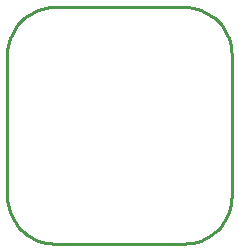
<source format=gko>
G04 EAGLE Gerber RS-274X export*
G75*
%MOMM*%
%FSLAX34Y34*%
%LPD*%
%INoutline*%
%IPPOS*%
%AMOC8*
5,1,8,0,0,$1,22.5*%
G01*
%ADD10C,0.254*%
D10*
X0150000Y0440000D02*
X0150152Y0436514D01*
X0150608Y0433054D01*
X0151363Y0429647D01*
X0152412Y0426319D01*
X0153748Y0423095D01*
X0155359Y0420000D01*
X0157234Y0417057D01*
X0159358Y0414289D01*
X0161716Y0411716D01*
X0164289Y0409358D01*
X0167057Y0407234D01*
X0170000Y0405359D01*
X0173095Y0403748D01*
X0176319Y0402412D01*
X0179647Y0401363D01*
X0183054Y0400608D01*
X0186514Y0400152D01*
X0190000Y0400000D01*
X0300000Y0400000D01*
X0303486Y0400152D01*
X0306946Y0400608D01*
X0310353Y0401363D01*
X0313681Y0402412D01*
X0316905Y0403748D01*
X0320000Y0405359D01*
X0322943Y0407234D01*
X0325712Y0409358D01*
X0328284Y0411716D01*
X0330642Y0414289D01*
X0332766Y0417057D01*
X0334641Y0420000D01*
X0336252Y0423095D01*
X0337588Y0426319D01*
X0338637Y0429647D01*
X0339392Y0433054D01*
X0339848Y0436514D01*
X0340000Y0440000D01*
X0340000Y0560000D01*
X0339848Y0563486D01*
X0339392Y0566946D01*
X0338637Y0570353D01*
X0337588Y0573681D01*
X0336252Y0576905D01*
X0334641Y0580000D01*
X0332766Y0582943D01*
X0330642Y0585712D01*
X0328284Y0588284D01*
X0325712Y0590642D01*
X0322943Y0592766D01*
X0320000Y0594641D01*
X0316905Y0596252D01*
X0313681Y0597588D01*
X0310353Y0598637D01*
X0306946Y0599392D01*
X0303486Y0599848D01*
X0300000Y0600000D01*
X0190000Y0600000D01*
X0186514Y0599848D01*
X0183054Y0599392D01*
X0179647Y0598637D01*
X0176319Y0597588D01*
X0173095Y0596252D01*
X0170000Y0594641D01*
X0167057Y0592766D01*
X0164289Y0590642D01*
X0161716Y0588284D01*
X0159358Y0585712D01*
X0157234Y0582943D01*
X0155359Y0580000D01*
X0153748Y0576905D01*
X0152412Y0573681D01*
X0151363Y0570353D01*
X0150608Y0566946D01*
X0150152Y0563486D01*
X0150000Y0560000D01*
X0150000Y0440000D01*
M02*
</source>
